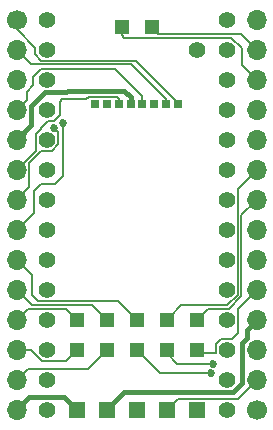
<source format=gtl>
G04 #@! TF.GenerationSoftware,KiCad,Pcbnew,(5.1.4)-1*
G04 #@! TF.CreationDate,2019-11-09T18:50:37+08:00*
G04 #@! TF.ProjectId,teensy4_header_breakout,7465656e-7379-4345-9f68-65616465725f,rev?*
G04 #@! TF.SameCoordinates,Original*
G04 #@! TF.FileFunction,Copper,L1,Top*
G04 #@! TF.FilePolarity,Positive*
%FSLAX46Y46*%
G04 Gerber Fmt 4.6, Leading zero omitted, Abs format (unit mm)*
G04 Created by KiCad (PCBNEW (5.1.4)-1) date 2019-11-09 18:50:37*
%MOMM*%
%LPD*%
G04 APERTURE LIST*
%ADD10C,1.404000*%
%ADD11R,1.404000X1.404000*%
%ADD12R,1.304000X1.304000*%
%ADD13R,0.804000X0.804000*%
%ADD14O,1.700000X1.700000*%
%ADD15C,1.700000*%
%ADD16C,0.685800*%
%ADD17C,0.152400*%
%ADD18C,0.457200*%
%ADD19C,0.304800*%
G04 APERTURE END LIST*
D10*
X152400000Y-111760000D03*
X167640000Y-81280000D03*
X165100000Y-83820000D03*
X167640000Y-83820000D03*
X167640000Y-86360000D03*
X167640000Y-88900000D03*
X167640000Y-91440000D03*
X167640000Y-93980000D03*
X167640000Y-96520000D03*
X167640000Y-99060000D03*
X167640000Y-101600000D03*
X167640000Y-104140000D03*
X167640000Y-106680000D03*
X167640000Y-109220000D03*
X167640000Y-111760000D03*
X167640000Y-114300000D03*
D11*
X165100000Y-114300000D03*
X162560000Y-114300000D03*
X160020000Y-114300000D03*
X157480000Y-114300000D03*
X154940000Y-114300000D03*
D10*
X152400000Y-114300000D03*
X152400000Y-109220000D03*
X152400000Y-106680000D03*
X152400000Y-104140000D03*
X152400000Y-101600000D03*
X152400000Y-99060000D03*
X152400000Y-96520000D03*
X152400000Y-93980000D03*
X152400000Y-91440000D03*
X152400000Y-88900000D03*
X152400000Y-86360000D03*
D12*
X158750000Y-81915000D03*
X161290000Y-81915000D03*
D13*
X156520000Y-88418400D03*
X157520000Y-88418400D03*
X158520000Y-88418400D03*
X159520000Y-88418400D03*
X160520000Y-88418400D03*
X161520000Y-88418400D03*
X162520000Y-88418400D03*
X163520000Y-88418400D03*
D12*
X154940000Y-106680000D03*
X154940000Y-109220000D03*
X157480000Y-106680000D03*
X157480000Y-109220000D03*
X160020000Y-106680000D03*
X160020000Y-109220000D03*
X162560000Y-106680000D03*
X162560000Y-109220000D03*
X165100000Y-106680000D03*
X165100000Y-109220000D03*
D10*
X152400000Y-83820000D03*
X152400000Y-81280000D03*
D14*
X170180000Y-81280000D03*
X170180000Y-83820000D03*
X170180000Y-86360000D03*
X170180000Y-88900000D03*
X170180000Y-91440000D03*
X170180000Y-93980000D03*
X170180000Y-96520000D03*
X170180000Y-99060000D03*
X170180000Y-101600000D03*
X170180000Y-104140000D03*
X170180000Y-106680000D03*
X170180000Y-109220000D03*
X170180000Y-111760000D03*
D15*
X170180000Y-114300000D03*
D14*
X149860000Y-114300000D03*
X149860000Y-111760000D03*
X149860000Y-109220000D03*
X149860000Y-106680000D03*
X149860000Y-104140000D03*
X149860000Y-101600000D03*
X149860000Y-99060000D03*
X149860000Y-96520000D03*
X149860000Y-93980000D03*
X149860000Y-91440000D03*
X149860000Y-88900000D03*
X149860000Y-86360000D03*
X149860000Y-83820000D03*
D15*
X149860000Y-81280000D03*
D16*
X153047383Y-90432813D03*
X153784690Y-90025336D03*
X166316146Y-111220054D03*
X166522400Y-110388400D03*
D17*
X154009399Y-113369399D02*
X154686390Y-114046390D01*
X150790601Y-113369399D02*
X154009399Y-113369399D01*
X149860000Y-114300000D02*
X150790601Y-113369399D01*
D18*
X153856999Y-113216999D02*
X154533990Y-113893990D01*
X150943001Y-113216999D02*
X153856999Y-113216999D01*
X149860000Y-114300000D02*
X150943001Y-113216999D01*
D17*
X154009399Y-110150601D02*
X154686390Y-109473610D01*
X151992682Y-110150601D02*
X154009399Y-110150601D01*
X151062081Y-109220000D02*
X151992682Y-110150601D01*
X149860000Y-109220000D02*
X151062081Y-109220000D01*
X150790601Y-110829399D02*
X155870601Y-110829399D01*
X155870601Y-110829399D02*
X157226390Y-109473610D01*
X149860000Y-111760000D02*
X150790601Y-110829399D01*
X154009399Y-105749399D02*
X154686390Y-106426390D01*
X150790601Y-105749399D02*
X154009399Y-105749399D01*
X149860000Y-106680000D02*
X150790601Y-105749399D01*
X151164588Y-105444588D02*
X156244588Y-105444588D01*
X149860000Y-104140000D02*
X151164588Y-105444588D01*
X156244588Y-105444588D02*
X157226390Y-106426390D01*
X158410601Y-105070601D02*
X159766390Y-106426390D01*
X151155400Y-104546400D02*
X151679601Y-105070601D01*
X151679601Y-105070601D02*
X158410601Y-105070601D01*
X151155400Y-102895400D02*
X151155400Y-104546400D01*
X149860000Y-101600000D02*
X151155400Y-102895400D01*
X163398590Y-88138390D02*
X163520000Y-88138390D01*
X151422100Y-83654900D02*
X151422100Y-84219390D01*
X160010801Y-84750601D02*
X163398590Y-88138390D01*
X151953311Y-84750601D02*
X160010801Y-84750601D01*
X151422100Y-84219390D02*
X151953311Y-84750601D01*
X149860000Y-82092800D02*
X151422100Y-83654900D01*
X149860000Y-81280000D02*
X149860000Y-82092800D01*
X159562800Y-85064600D02*
X162520000Y-88021800D01*
X162520000Y-88021800D02*
X162520000Y-88138390D01*
X151104600Y-85064600D02*
X159562800Y-85064600D01*
X149860000Y-83820000D02*
X151104600Y-85064600D01*
X158174999Y-85429399D02*
X160520000Y-87774400D01*
X150709999Y-87378010D02*
X151282400Y-86805609D01*
X151282400Y-86100310D02*
X151953311Y-85429399D01*
X160520000Y-87774400D02*
X160520000Y-88138390D01*
X151953311Y-85429399D02*
X158174999Y-85429399D01*
X151282400Y-86805609D02*
X151282400Y-86100310D01*
X150709999Y-88050001D02*
X150709999Y-87378010D01*
X149860000Y-88900000D02*
X150709999Y-88050001D01*
D18*
X158998611Y-87330589D02*
X159520000Y-87851978D01*
X154198011Y-87330589D02*
X158998611Y-87330589D01*
X152254157Y-87443001D02*
X154085599Y-87443001D01*
X149860000Y-91440000D02*
X151091001Y-90208999D01*
X154085599Y-87443001D02*
X154198011Y-87330589D01*
X151091001Y-88606157D02*
X152254157Y-87443001D01*
X151091001Y-90208999D02*
X151091001Y-88606157D01*
X159520000Y-87851978D02*
X159520000Y-88265390D01*
D17*
X153785417Y-87960209D02*
X153810817Y-87985609D01*
X158349000Y-87787800D02*
X158520000Y-87958800D01*
X155764383Y-87985609D02*
X155962192Y-87787800D01*
X153810817Y-87985609D02*
X155764383Y-87985609D01*
X155962192Y-87787800D02*
X158349000Y-87787800D01*
X158520000Y-87958800D02*
X158520000Y-88138390D01*
X151469399Y-90993311D02*
X151953311Y-90509399D01*
X153517600Y-88214200D02*
X153746191Y-87985609D01*
X153013488Y-89861312D02*
X153517600Y-89357200D01*
X152773062Y-89861312D02*
X153013488Y-89861312D01*
X152552400Y-89865200D02*
X152769174Y-89865200D01*
X153517600Y-89357200D02*
X153517600Y-88214200D01*
X152769174Y-89865200D02*
X152773062Y-89861312D01*
X151953311Y-90509399D02*
X151953311Y-90464289D01*
X151469399Y-92370601D02*
X151469399Y-90993311D01*
X151953311Y-90464289D02*
X152552400Y-89865200D01*
X153746191Y-87985609D02*
X153810817Y-87985609D01*
X149860000Y-93980000D02*
X151469399Y-92370601D01*
X151953311Y-92370601D02*
X152846689Y-92370601D01*
X152846689Y-92370601D02*
X153390282Y-91827008D01*
X150938601Y-93385311D02*
X151953311Y-92370601D01*
X150938601Y-95441399D02*
X150938601Y-93385311D01*
X153390282Y-91827008D02*
X153390282Y-90775712D01*
X149860000Y-96520000D02*
X150938601Y-95441399D01*
X153390282Y-90775712D02*
X153047383Y-90432813D01*
X153784690Y-90510269D02*
X153784690Y-90025336D01*
X153784690Y-94551110D02*
X153784690Y-90510269D01*
X151892000Y-95224600D02*
X153111200Y-95224600D01*
X149860000Y-99060000D02*
X151307800Y-97612200D01*
X151307800Y-97612200D02*
X151307800Y-95808800D01*
X151307800Y-95808800D02*
X151892000Y-95224600D01*
X153111200Y-95224600D02*
X153784690Y-94551110D01*
X170180000Y-83820000D02*
X168850790Y-82490790D01*
X168850790Y-82490790D02*
X161865790Y-82490790D01*
X161865790Y-82490790D02*
X161543610Y-82168610D01*
X158750000Y-82550000D02*
X158750000Y-82168610D01*
X168910000Y-83712710D02*
X167992891Y-82795601D01*
X167992891Y-82795601D02*
X158995601Y-82795601D01*
X170180000Y-86360000D02*
X168910000Y-85090000D01*
X168910000Y-85090000D02*
X168910000Y-83712710D01*
X158995601Y-82795601D02*
X158750000Y-82550000D01*
X170180000Y-96520000D02*
X168875412Y-97824588D01*
X168875412Y-104712945D02*
X167838958Y-105749399D01*
X167838958Y-105749399D02*
X166030601Y-105749399D01*
X168875412Y-97824588D02*
X168875412Y-104712945D01*
X166030601Y-105749399D02*
X165353610Y-106426390D01*
X167712701Y-105444589D02*
X165904345Y-105444589D01*
X168570601Y-104586689D02*
X167712701Y-105444589D01*
X170180000Y-93980000D02*
X168570601Y-95589399D01*
X168570601Y-95589399D02*
X168570601Y-104586689D01*
X165904345Y-105444589D02*
X165888134Y-105460800D01*
X163779200Y-105460800D02*
X162813610Y-106426390D01*
X165888134Y-105460800D02*
X163779200Y-105460800D01*
X165831213Y-111220054D02*
X166316146Y-111220054D01*
X162020054Y-111220054D02*
X165831213Y-111220054D01*
X160273610Y-109473610D02*
X162020054Y-111220054D01*
X166037467Y-110388400D02*
X166522400Y-110388400D01*
X163474790Y-110388400D02*
X166037467Y-110388400D01*
X162560000Y-109473610D02*
X163474790Y-110388400D01*
X168570601Y-107805487D02*
X168086689Y-108289399D01*
X170180000Y-104140000D02*
X168570601Y-105749399D01*
X168570601Y-105749399D02*
X168570601Y-107805487D01*
X167193311Y-108289399D02*
X166709399Y-108773311D01*
X166707592Y-109473610D02*
X165353610Y-109473610D01*
X168086689Y-108289399D02*
X167193311Y-108289399D01*
X166709399Y-109471803D02*
X166707592Y-109473610D01*
X166709399Y-108773311D02*
X166709399Y-109471803D01*
X163490601Y-113369399D02*
X162813610Y-114046390D01*
X168570601Y-113369399D02*
X163490601Y-113369399D01*
X170180000Y-111760000D02*
X168570601Y-113369399D01*
D18*
X168159841Y-112843001D02*
X158936999Y-112843001D01*
X168948999Y-112053843D02*
X168159841Y-112843001D01*
X168948999Y-108629119D02*
X168948999Y-112053843D01*
X170180000Y-106680000D02*
X169330001Y-107529999D01*
X169330001Y-108248117D02*
X168948999Y-108629119D01*
X169330001Y-107529999D02*
X169330001Y-108248117D01*
X158936999Y-112843001D02*
X157886010Y-113893990D01*
D19*
X149860000Y-86360000D02*
X149910800Y-86360000D01*
M02*

</source>
